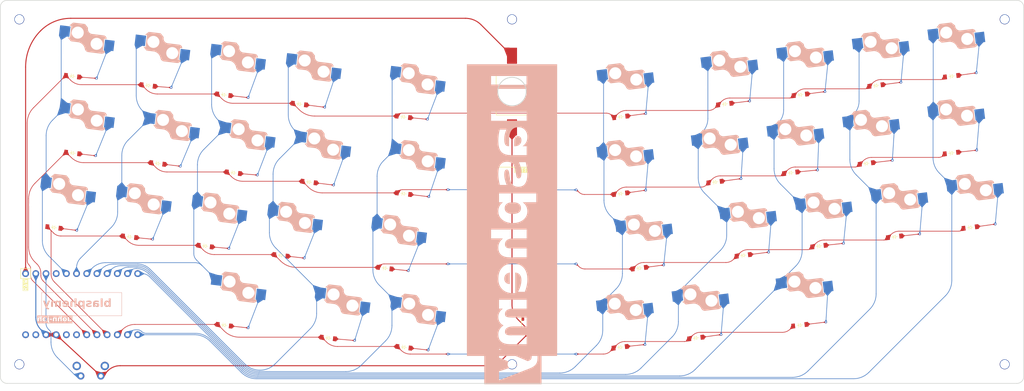
<source format=kicad_pcb>
(kicad_pcb (version 20240108) (generator "pcbnew") (generator_version "8.0")
  (title_block (title "Blasphemy") (rev "v1.0.0") (company "Unknown"))
  (layers (0 "F.Cu" signal) (31 "B.Cu" signal) (34 "B.Paste" user) (35 "F.Paste" user) (36 "B.SilkS" user "B.Silkscreen") (37 "F.SilkS" user "F.Silkscreen") (38 "B.Mask" user) (39 "F.Mask" user) (44 "Edge.Cuts" user))
  (net 0 "")
  (net 1 "RAW")
  (net 2 "GND")
  (net 3 "RST")
  (net 4 "VCC")
  (net 5 "C1")
  (net 6 "C2")
  (net 7 "C3")
  (net 8 "C4")
  (net 9 "C5")
  (net 10 "C6")
  (net 11 "C7")
  (net 12 "C8")
  (net 13 "P1")
  (net 14 "P0")
  (net 15 "P2")
  (net 16 "P3")
  (net 17 "R1")
  (net 18 "R2")
  (net 19 "R3")
  (net 20 "R4")
  (net 21 "C9")
  (net 22 "C10")
  (net 23 "q_top")
  (net 24 "w_top")
  (net 25 "e_top")
  (net 26 "r_top")
  (net 27 "t_top")
  (net 28 "mirror_q_top")
  (net 29 "mirror_w_top")
  (net 30 "mirror_e_top")
  (net 31 "mirror_r_top")
  (net 32 "mirror_t_top")
  (net 33 "a_home")
  (net 34 "s_home")
  (net 35 "d_home")
  (net 36 "f_home")
  (net 37 "g_home")
  (net 38 "mirror_a_home")
  (net 39 "mirror_s_home")
  (net 40 "mirror_d_home")
  (net 41 "mirror_f_home")
  (net 42 "mirror_g_home")
  (net 43 "z_bottom")
  (net 44 "x_bottom")
  (net 45 "c_bottom")
  (net 46 "v_bottom")
  (net 47 "b_bottom")
  (net 48 "mirror_z_bottom")
  (net 49 "mirror_x_bottom")
  (net 50 "mirror_c_bottom")
  (net 51 "mirror_v_bottom")
  (net 52 "mirror_b_bottom")
  (net 53 "flex_thumb")
  (net 54 "base_thumb")
  (net 55 "ext_thumb")
  (net 56 "mirror_flex_thumb")
  (net 57 "mirror_base_thumb")
  (net 58 "mirror_ext_thumb")
  (net 59 "BAT_CONN")
  (footprint "conn_molex_pico_front" (layer "F.Cu") (at 113.417346 67.4369 180)
    (property "Reference" "CONN1" (hide yes))
    (property "Value" "")
  )
  (footprint "ComboDiode" (layer "F.Cu") (at 180.721946 67.037216 7)
    (property "Reference" "D34" (hide yes))
    (property "Value" "")
  )
  (footprint "ComboDiode" (layer "F.Cu") (at 77.265017 52.809874 -7)
    (property "Reference" "D25" (hide yes))
    (property "Value" "")
  )
  (footprint "ComboDiode" (layer "F.Cu") (at 178.448208 29.031022 7)
    (property "Reference" "D18" (hide yes))
    (property "Value" "")
  )
  (footprint "ComboDiode" (layer "F.Cu") (at 185.47832 47.31052 7)
    (property "Reference" "D28" (hide yes))
    (property "Value" "")
  )
  (footprint "ComboDiode" (layer "F.Cu") (at 55.965784 11.909283 -7)
    (property "Reference" "D4" (hide yes))
    (property "Value" "")
  )
  (footprint "ComboDiode" (layer "F.Cu") (at 81.937832 34.240937 -7)
    (property "Reference" "D15" (hide yes))
    (property "Value" "")
  )
  (footprint "ComboDiode" (layer "F.Cu") (at 180.847285 9.593766 7)
    (property "Reference" "D8" (hide yes))
    (property "Value" "")
  )
  (footprint "mounting_hole" (layer "F.Cu") (at 108.977346 76.7869)
    (property "Reference" "H5" (hide yes))
    (property "Value" "")
  )
  (footprint "1208YD" (layer "F.Cu") (at 108.977346 8.7869 -90)
    (property "Reference" "SW1" (hide yes))
    (property "Value" "")
    (fp_circle (center 0 0) (end 3.55 0) (stroke (width 0.2)) (fill none) (layer "Edge.Cuts"))
  )
  (footprint "ComboDiode" (layer "F.Cu") (at 37.232746 67.037216 -7)
    (property "Reference" "D31" (hide yes))
    (property "Value" "")
  )
  (footprint "ComboDiode" (layer "F.Cu") (at 199.705662 7.278248 7)
    (property "Reference" "D7" (hide yes))
    (property "Value" "")
  )
  (footprint "ComboDiode" (layer "F.Cu") (at -0.567567 24.110547 -7)
    (property "Reference" "D11" (hide yes))
    (property "Value" "")
  )
  (footprint "ComboDiode" (layer "F.Cu") (at 51.334749 49.626037 -7)
    (property "Reference" "D24" (hide yes))
    (property "Value" "")
  )
  (footprint "ComboDiode" (layer "F.Cu") (at 136.01686 34.240937 7)
    (property "Reference" "D20" (hide yes))
    (property "Value" "")
  )
  (footprint "ComboDiode" (layer "F.Cu") (at 135.933301 72.53657 7)
    (property "Reference" "D36" (hide yes))
    (property "Value" "")
  )
  (footprint "ComboDiode" (layer "F.Cu") (at 18.24903 7.278248 -7)
    (property "Reference" "D2" (hide yes))
    (property "Value" "")
  )
  (footprint "ComboDiode" (layer "F.Cu") (at 154.791678 70.221052 7)
    (property "Reference" "D35" (hide yes))
    (property "Value" "")
  )
  (footprint "ComboDiode" (layer "F.Cu") (at 81.896052 15.09312 -7)
    (property "Reference" "D5" (hide yes))
    (property "Value" "")
  )
  (footprint "1:supermini_front" (layer "F.Cu") (at 0.424846 61.7869 90)
    (property "Reference" "MCU1" (hide yes))
    (property "Value" "")
  )
  (footprint "ComboDiode" (layer "F.Cu") (at 32.476372 47.31052 -7)
    (property "Reference" "D23" (hide yes))
    (property "Value" "")
  )
  (footprint "ComboDiode" (layer "F.Cu") (at 63.163014 70.221052 -7)
    (property "Reference" "D32" (hide yes))
    (property "Value" "")
  )
  (footprint "ComboDiode" (layer "F.Cu") (at 166.619943 49.626037 7)
    (property "Reference" "D29" (hide yes))
    (property "Value" "")
  )
  (footprint "ComboDiode" (layer "F.Cu") (at 37.107407 9.593766 -7)
    (property "Reference" "D3" (hide yes))
    (property "Value" "")
  )
  (footprint "ComboDiode" (layer "F.Cu") (at 218.564039 4.962731 7)
    (property "Reference" "D6" (hide yes))
    (property "Value" "")
  )
  (footprint "ComboDiode" (layer "F.Cu") (at -0.609347 4.962731 -7)
    (property "Reference" "D1" (hide yes))
    (property "Value" "")
  )
  (footprint "ComboDiode" (layer "F.Cu") (at 161.988908 11.909283 7)
    (property "Reference" "D9" (hide yes))
    (property "Value" "")
  )
  (footprint "ComboDiode" (layer "F.Cu") (at 13.617995 44.995002 -7)
    (property "Reference" "D22" (hide yes))
    (property "Value" "")
  )
  (footprint "mounting_hole" (layer "F.Cu") (at -13.835154 76.7869)
    (property "Reference" "H4" (hide yes))
    (property "Value" "")
  )
  (footprint "ComboDiode" (layer "F.Cu") (at 218.522259 24.110547 7)
    (property "Reference" "D16" (hide yes))
    (property "Value" "")
  )
  (footprint "SKHLLCA010" (layer "F.Cu") (at 3.977346 78.4369 180)
    (property "Reference" "S37" (hide yes))
    (property "Value" "SKHLLCA010")
  )
  (footprint "mounting_hole" (layer "F.Cu") (at 231.789846 -9.2131)
    (property "Reference" "H3" (hide yes))
    (property "Value" "")
  )
  (footprint "ComboDiode" (layer "F.Cu") (at 204.336697 44.995002 7)
    (property "Reference" "D27" (hide yes))
    (property "Value" "")
  )
  (footprint "mounting_hole" (layer "F.Cu") (at 108.977346 -9.2131)
    (property "Reference" "H2" (hide yes))
    (property "Value" "")
  )
  (footprint "ComboDiode" (layer "F.Cu") (at 82.021391 72.53657 -7)
    (property "Reference" "D33" (hide yes))
    (property "Value" "")
  )
  (footprint "ComboDiode" (layer "F.Cu") (at 223.195074 42.679485 7)
    (property "Reference" "D26" (hide yes))
    (property "Value" "")
  )
  (footprint "ComboDiode" (layer "F.Cu") (at 140.689675 52.809874 7)
    (property "Reference" "D30" (hide yes))
    (property "Value" "")
  )
  (footprint "ComboDiode" (layer "F.Cu") (at 20.648107 26.715505 -7)
    (property "Reference" "D12" (hide yes))
    (property "Value" "")
  )
  (footprint "ComboDiode" (layer "F.Cu") (at -5.240382 42.679485 -7)
    (property "Reference" "D21" (hide yes))
    (property "Value" "")
  )
  (footprint "ComboDiode" (layer "F.Cu") (at 159.589832 31.34654 7)
    (property "Reference" "D19" (hide yes))
    (property "Value" "")
  )
  (footprint "mounting_hole" (layer "F.Cu") (at 231.789846 76.7869)
    (property "Reference" "H6" (hide yes))
    (property "Value" "")
  )
  (footprint "mounting_hole" (layer "F.Cu") (at -13.835154 -9.2131)
    (property "Reference" "H1" (hide yes))
    (property "Value" "")
  )
  (footprint "ComboDiode" (layer "F.Cu") (at 58.364861 31.34654 -7)
    (property "Reference" "D14" (hide yes))
    (property "Value" "")
  )
  (footprint "ComboDiode" (layer "F.Cu") (at 197.306585 26.715505 7)
    (property "Reference" "D17" (hide yes))
    (property "Value" "")
  )
  (footprint "ComboDiode" (layer "F.Cu") (at 39.506484 29.031022 -7)
    (property "Reference" "D13" (hide yes))
    (property "Value" "")
  )
  (footprint "ComboDiode" (layer "F.Cu") (at 136.05864 15.09312 7)
    (property "Reference" "D10" (hide yes))
    (property "Value" "")
  )
  (footprint "1:switch_choc_v1_v2_filled" (layer "B.Cu") (at 135.407514 29.278206 7)
    (property "Reference" "S20" (hide yes))
    (property "Value" "")
  )
  (footprint "1:switch_choc_v1_v2_filled" (layer "B.Cu") (at 203.72735 40.032271 7)
    (property "Reference" "S27" (hide yes))
    (property "Value" "")
  )
  (footprint "1:switch_choc_v1_v2_filled" (layer "B.Cu") (at 58.974207 26.383809 -7)
    (property "Reference" "S14" (hide yes))
    (property "Value" "")
  )
  (footprint "1:switch_choc_v1_v2_filled" (layer "B.Cu") (at 140.080328 47.847143 7)
    (property "Reference" "S30" (hide yes))
    (property "Value" "")
  )
  (footprint "1:switch_choc_v1_v2_filled" (layer "B.Cu") (at 0.04178 19.147817 -7)
    (property "Reference" "S11" (hide yes))
    (property "Value" "")
  )
  (footprint "1:switch_choc_v1_v2_filled" (layer "B.Cu") (at -4.631035 37.716754 -7)
    (property "Reference" "S21" (hide yes))
    (property "Value" "")
  )
  (footprint "1:switch_choc_v1_v2_filled" (layer "B.Cu") (at 0 0 -7)
    (property "Reference" "S1" (hide yes))
    (property "Value" "")
  )
  (footprint "1:switch_choc_v1_v2_filled" (layer "B.Cu") (at 184.868973 42.347789 7)
    (property "Reference" "S28" (hide yes))
    (property "Value" "")
  )
  (footprint "1:switch_choc_v1_v2_filled" (layer "B.Cu") (at 196.697239 21.752774 7)
    (property "Reference" "S17" (hide yes))
    (property "Value" "")
  )
  (footprint "1:switch_choc_v1_v2_filled" (layer "B.Cu") (at 217.912913 19.147817 7)
    (property "Reference" "S16" (hide yes))
    (property "Value" "")
  )
  (footprint "1:switch_choc_v1_v2_filled" (layer "B.Cu") (at 217.954692 0 7)
    (property "Reference" "S6" (hide yes))
    (property "Value" "")
  )
  (footprint "1:switch_choc_v1_v2_filled" (layer "B.Cu") (at 180.237938 4.631035 7)
    (property "Reference" "S8" (hide yes))
    (property "Value" "")
  )
  (footprint "1:switch_choc_v1_v2_filled" (layer "B.Cu") (at 199.096315 2.315518 7)
    (property "Reference" "S7" (hide yes))
    (property "Value" "")
  )
  (footprint "1:switch_choc_v1_v2_filled" (layer "B.Cu") (at 135.323955 67.573839 7)
    (property "Reference" "S36" (hide yes))
    (property "Value" "")
  )
  (footprint "1:switch_choc_v1_v2_filled" (layer "B.Cu") (at 77.874364 47.847143 -7)
    (property "Reference" "S25" (hide yes))
    (property "Value" "")
  )
  (footprint "1:switch_choc_v1_v2_filled" (layer "B.Cu") (at 18.858377 2.315518 -7)
    (property "Reference" "S2" (hide yes))
    (property "Value" "")
  )
  (footprint "1:switch_choc_v1_v2_filled" (layer "B.Cu") (at 158.980485 26.383809 7)
    (property "Reference" "S19" (hide yes))
    (property "Value" "")
  )
  (footprint "1:switch_choc_v1_v2_filled" (layer "B.Cu") (at 21.257454 21.752774 -7)
    (property "Reference" "S12" (hide yes))
    (property "Value" "")
  )
  (footprint "1:switch_choc_v1_v2_filled" (layer "B.Cu") (at 33.085719 42.347789 -7)
    (property "Reference" "S23" (hide yes))
    (property "Value" "")
  )
  (footprint "1:switch_choc_v1_v2_filled" (layer "B.Cu") (at 177.838862 24.068291 7)
    (property "Reference" "S18" (hide yes))
    (property "Value" "")
  )
  (footprint "1:switch_choc_v1_v2_filled" (layer "B.Cu") (at 180.1126 62.074485 7)
    (property "Reference" "S34" (hide yes))
    (property "Value" "")
  )
  (footprint "1:switch_choc_v1_v2_filled" (layer "B.Cu") (at 135.449293 10.130389 7)
    (property "Reference" "S10" (hide yes))
    (property "Value" "")
  )
  (footprint "1:switch_choc_v1_v2_filled" (layer "B.Cu") (at 63.772361 65.258321 -7)
    (property "Reference" "S32" (hide yes))
    (property "Value" "")
  )
  (footprint "1:switch_choc_v1_v2_filled" (layer "B.Cu") (at 154.182331 65.258321 7)
    (property "Reference" "S35" (hide yes))
    (property "Value" "")
  )
  (footprint "1:switch_choc_v1_v2_filled" (layer "B.Cu") (at 56.575131 6.946553 -7)
    (property "Reference" "S4" (hide yes))
    (property "Value" "")
  )
  (footprint "1:switch_choc_v1_v2_filled" (layer "B.Cu") (at 37.842093 62.074485 -7)
    (property "Reference" "S31" (hide yes))
    (property "Value" "")
  )
  (footprint "1:switch_choc_v1_v2_filled" (layer "B.Cu") (at 82.630738 67.573839 -7)
    (property "Reference" "S33" (hide yes))
    (property "Value" "")
  )
  (footprint "1:switch_choc_v1_v2_filled" (layer "B.Cu") (at 222.585727 37.716754 7)
    (property "Reference" "S26" (hide yes))
    (property "Value" "")
  )
  (footprint "1:switch_choc_v1_v2_filled" (layer "B.Cu") (at 14.227342 40.032271 -7)
    (property "Reference" "S22" (hide yes))
    (property "Value" "")
  )
  (footprint "1:switch_choc_v1_v2_filled" (layer "B.Cu") (at 161.379562 6.946553 7)
    (property "Reference" "S9" (hide yes))
    (property "Value" "")
  )
  (footprint "1:switch_choc_v1_v2_filled" (layer "B.Cu") (at 82.505399 10.130389 -7)
    (property "Reference" "S5" (hide yes))
    (property "Value" "")
  )
  (footprint "1:switch_choc_v1_v2_filled" (layer "B.Cu") (at 166.010597 44.663306 7)
    (property "Reference" "S29" (hide yes))
    (property "Value" "")
  )
  (footprint "1:switch_choc_v1_v2_filled" (layer "B.Cu") (at 82.547179 29.278206 -7)
    (property "Reference" "S15" (hide yes))
    (property "Value" "")
  )
  (footprint "1:switch_choc_v1_v2_filled" (layer "B.Cu") (at 40.115831 24.068291 -7)
    (property "Reference" "S13" (hide yes))
    (property "Value" "")
  )
  (footprint "1:switch_choc_v1_v2_filled" (layer "B.Cu") (at 51.944096 44.663306 -7)
    (property "Reference" "S24" (hide yes))
    (property "Value" "")
  )
  (footprint "1:switch_choc_v1_v2_filled" (layer "B.Cu") (at 37.716754 4.631035 -7)
    (property "Reference" "S3" (hide yes))
    (property "Value" "")
  )
  (gr_rect (start -8.3055 58.887) (end 11.6945 64.687) (stroke (width 0.1)) (fill none) (layer "B.SilkS"))
  (gr_line (start 115.627346 59.9369) (end 115.627346 27.6369) (stroke (width 0.15)) (layer "F.SilkS"))
  (gr_line (start 102.327346 59.9369) (end 115.627346 59.9369) (stroke (width 0.15)) (layer "F.SilkS"))
  (gr_line (start 115.627346 27.6369) (end 102.327346 27.6369) (stroke (width 0.15)) (layer "F.SilkS"))
  (gr_line (start 102.327346 27.6369) (end 102.327346 59.9369) (stroke (width 0.15)) (layer "F.SilkS"))
  (gr_arc (start -16.885154 81.5369) (mid -18.087236 81.038982) (end -18.585154 79.8369) (stroke (width 0.15)) (layer "Edge.Cuts"))
  (gr_line (start 236.539846 79.8369) (end 236.539846 -12.2631) (stroke (width 0.15)) (layer "Edge.Cuts"))
  (gr_arc (start -18.585154 -12.2631) (mid -18.087236 -13.465182) (end -16.885154 -13.9631) (stroke (width 0.15)) (layer "Edge.Cuts"))
  (gr_arc (start 234.839846 -13.9631) (mid 236.041928 -13.465182) (end 236.539846 -12.2631) (stroke (width 0.15)) (layer "Edge.Cuts"))
  (gr_line (start 234.839846 -13.9631) (end -16.885154 -13.9631) (stroke (width 0.15)) (layer "Edge.Cuts"))
  (gr_line (start -18.585154 -12.2631) (end -18.585154 79.8369) (stroke (width 0.15)) (layer "Edge.Cuts"))
  (gr_line (start -16.885154 81.5369) (end 234.839846 81.5369) (stroke (width 0.15)) (layer "Edge.Cuts"))
  (gr_arc (start 236.539846 79.8369) (mid 236.041928 81.038982) (end 234.839846 81.5369) (stroke (width 0.15)) (layer "Edge.Cuts"))
  (gr_text "dohn-joh" (at -0.675609 66.258696 0) (layer "B.SilkS" knockout) (effects (font (size 1.25 1.25)) (justify left bottom mirror)))
  (gr_text "blasphemy" (at 9.169654 62.8001 0) (layer "B.SilkS") (effects (font (size 2 2) (thickness 0.1) (italic yes)) (justify left bottom mirror)))
  (gr_text "lasphemy" (at 114.16 12.81 90) (layer "B.SilkS" knockout) (effects (font (size 9 9) (thickness 0.3) (bold yes) (italic yes)) (justify left bottom mirror)))
  (gr_text "l" (at 114.16 3.85 90) (layer "B.SilkS" knockout) (effects (font (size 9 9) (thickness 0.3) (bold yes) (italic yes)) (justify left bottom mirror)))
  (gr_text "BATTERY" (at 112.435346 28.3869 0) (layer "F.SilkS" knockout) (effects (font (size 1 1))))
  (segment (start -12.275154 2.670959) (end -12.275154 54.1669) (width 0.25) (layer "F.Cu") (net 1))
  (segment (start 101.234238 -7.881207) (end 108.977346 -0.1381) (width 0.25) (layer "F.Cu") (net 1))
  (segment (start -1.033276 -9.475) (end 97.386482 -9.475) (width 0.25) (layer "F.Cu") (net 1))
  (arc (start -8.530415 -6.369584) (mid -11.301935 -2.221735) (end -12.275154 2.670959) (width 0.25) (layer "F.Cu") (net 1))
  (arc (start 97.386482 -9.475) (mid 99.468872 -9.060786) (end 101.234238 -7.881207) (width 0.25) (layer "F.Cu") (net 1))
  (arc (start -1.033276 -9.475) (mid -5.090698 -8.667929) (end -8.530415 -6.369584) (width 0.25) (layer "F.Cu") (net 1))
  (segment (start 7.07906 79.529729) (end 8.20284 78.40595) (width 0.25) (layer "F.Cu") (net 2))
  (segment (start 106.598038 75.531207) (end 112.817346 69.3119) (width 0.25) (layer "F.Cu") (net 2))
  (segment (start -4.655154 69.4069) (end -7.195154 69.4069) (width 0.25) (layer "F.Cu") (net 2))
  (segment (start 102.750282 77.125) (end 11.295326 77.125) (width 0.25) (layer "F.Cu") (net 2))
  (segment (start 6.314047 79.536106) (end -4.655154 69.4069) (width 0.25) (layer "F.Cu") (net 2))
  (arc (start 11.295326 77.125) (mid 9.621684 77.457908) (end 8.20284 78.40595) (width 0.25) (layer "F.Cu") (net 2))
  (arc (start 7.07906 79.529729) (mid 6.90497 79.646052) (end 6.699618 79.6869) (width 0.25) (layer "F.Cu") (net 2))
  (arc (start 6.314047 79.536106) (mid 6.492613 79.64786) (end 6.699618 79.6869) (width 0.25) (layer "F.Cu") (net 2))
  (arc (start 106.598038 75.531207) (mid 104.832672 76.710786) (end 102.750282 77.125) (width 0.25) (layer "F.Cu") (net 2))
  (segment (start -9.735154 65.070848) (end -9.735154 54.1669) (width 0.25) (layer "B.Cu") (net 2))
  (segment (start -8.465154 68.1369) (end -7.195154 69.4069) (width 0.25) (layer "B.Cu") (net 2))
  (arc (start -8.465154 68.1369) (mid -9.405091 66.730183) (end -9.735154 65.070848) (width 0.25) (layer "B.Cu") (net 2))
  (segment (start -6.572577 68.052423) (end -6.280869 68.34413) (width 0.15) (layer "B.Cu") (net 3))
  (segment (start -5.95 71.246036) (end -5.95 69.142918) (width 0.15) (layer "B.Cu") (net 3))
  (segment (start -7.195154 66.549389) (end -7.195154 54.1669) (width 0.15) (layer "B.Cu") (net 3))
  (segment (start 0.857123 79.6869) (end 1.477346 79.6869) (width 0.15) (layer "B.Cu") (net 3))
  (segment (start -0.201663 79.248336) (end -4.356207 75.093792) (width 0.15) (layer "B.Cu") (net 3))
  (arc (start -0.201663 79.248336) (mid 0.284111 79.57292) (end 0.857123 79.6869) (width 0.15) (layer "B.Cu") (net 3))
  (arc (start -5.95 71.246036) (mid -5.535786 73.328426) (end -4.356207 75.093792) (width 0.15) (layer "B.Cu") (net 3))
  (arc (start -5.95 69.142918) (mid -6.03599 68.710617) (end -6.280869 68.34413) (width 0.15) (layer "B.Cu") (net 3))
  (arc (start -6.572577 68.052423) (mid -7.033351 67.362825) (end -7.195154 66.549389) (width 0.15) (layer "B.Cu") (net 3))
  (segment (start -2.941843 13.301202) (end -5.562708 15.922067) (width 0.15) (layer "B.Cu") (net 5))
  (segment (start -7.156501 19.769823) (end -7.156501 30.744827) (width 0.15) (layer "B.Cu") (net 5))
  (segment (start -2.962733 -5.867505) (end -2.525466 -6.304772) (width 0.15) (layer "B.Cu") (net 5))
  (segment (start -8.1 33.022635) (end -8.1 45.92809) (width 0.15) (layer "B.Cu") (net 5))
  (segment (start -6.506207 49.775846) (end -2.115154 54.1669) (width 0.15) (layer "B.Cu") (net 5))
  (segment (start -3.4 -4.811849) (end -3.4 11.278799) (width 0.15) (layer "B.Cu") (net 5))
  (arc (start -7.156501 30.744827) (mid -7.279104 31.361197) (end -7.62825 31.883731) (width 0.15) (layer "B.Cu") (net 5))
  (arc (start -7.62825 31.883731) (mid -7.977396 32.406264) (end -8.1 33.022635) (width 0.15) (layer "B.Cu") (net 5))
  (arc (start -7.156501 19.769823) (mid -6.742287 17.687432) (end -5.562708 15.922067) (width 0.15) (layer "B.Cu") (net 5))
  (arc (start -2.941843 12.384888) (mid -2.752068 12.843045) (end -2.941843 13.301202) (width 0.15) (layer "B.Cu") (net 5))
  (arc (start -3.4 11.278799) (mid -3.280928 11.87741) (end -2.941843 12.384888) (width 0.15) (layer "B.Cu") (net 5))
  (arc (start -3.4 -4.811849) (mid -3.286358 -5.383165) (end -2.962733 -5.867505) (width 0.15) (layer "B.Cu") (net 5))
  (arc (start -8.1 45.92809) (mid -7.685786 48.01048) (end -6.506207 49.775846) (width 0.15) (layer "B.Cu") (net 5))
  (segment (start 15.816455 -3.472798) (end 16.332911 -3.989254) (width 0.15) (layer "B.Cu") (net 6))
  (segment (start 0.424846 52.733527) (end 0.424846 54.1669) (width 0.15) (layer "B.Cu") (net 6))
  (segment (start 9.081207 42.643792) (end 1.438393 50.286606) (width 0.15) (layer "B.Cu") (net 6))
  (segment (start 11.701876 33.001388) (end 11.701876 24.732077) (width 0.15) (layer "B.Cu") (net 6))
  (segment (start 15.3 9.76205) (end 15.3 -2.225964) (width 0.15) (layer "B.Cu") (net 6))
  (segment (start 10.675 38.796036) (end 10.675 35.480485) (width 0.15) (layer "B.Cu") (net 6))
  (segment (start 18.731988 15.448002) (end 16.893792 13.609806) (width 0.15) (layer "B.Cu") (net 6))
  (segment (start 13.295668 20.884321) (end 18.731988 15.448002) (width 0.15) (layer "B.Cu") (net 6))
  (arc (start 15.816455 -3.472798) (mid 15.434222 -2.900745) (end 15.3 -2.225964) (width 0.15) (layer "B.Cu") (net 6))
  (arc (start 11.701876 33.001388) (mid 11.568437 33.672227) (end 11.188438 34.240937) (width 0.15) (layer "B.Cu") (net 6))
  (arc (start 0.424846 52.733527) (mid 0.688258 51.409262) (end 1.438393 50.286606) (width 0.15) (layer "B.Cu") (net 6))
  (arc (start 11.188438 34.240937) (mid 10.808438 34.809646) (end 10.675 35.480485) (width 0.15) (layer "B.Cu") (net 6))
  (arc (start 11.701876 24.732077) (mid 12.116089 22.649686) (end 13.295668 20.884321) (width 0.15) (layer "B.Cu") (net 6))
  (arc (start 15.3 9.76205) (mid 15.714213 11.84444) (end 16.893792 13.609806) (width 0.15) (layer "B.Cu") (net 6))
  (arc (start 10.675 38.796036) (mid 10.260786 40.878426) (end 9.081207 42.643792) (width 0.15) (layer "B.Cu") (net 6))
  (segment (start 31.670371 52.123457) (end 35.316627 55.769713) (width 0.15) (layer "B.Cu") (net 7))
  (segment (start 37.590365 17.763519) (end 32.154045 23.199838) (width 0.15) (layer "B.Cu") (net 7))
  (segment (start 30.323457 50.776543) (end 31.670371 52.123457) (width 0.15) (layer "B.Cu") (net 7))
  (segment (start 37.590365 17.763519) (end 35.693792 15.866946) (width 0.15) (layer "B.Cu") (net 7))
  (segment (start 34.1 12.01919) (end 34.1 0.189208) (width 0.15) (layer "B.Cu") (net 7))
  (segment (start 4.323296 52.80845) (end 2.964846 54.1669) (width 0.15) (layer "B.Cu") (net 7))
  (segment (start 34.645644 -1.128093) (end 35.191288 -1.673737) (width 0.15) (layer "B.Cu") (net 7))
  (segment (start 29.65 37.596916) (end 29.65 49.150673) (width 0.15) (layer "B.Cu") (net 7))
  (segment (start 30.560253 35.39937) (end 30.560253 27.047594) (width 0.15) (layer "B.Cu") (net 7))
  (segment (start 7.602884 51.45) (end 30.044501 51.45) (width 0.15) (layer "B.Cu") (net 7))
  (arc (start 31.670371 52.123457) (mid 30.924415 51.625025) (end 30.044501 51.45) (width 0.15) (layer "B.Cu") (net 7))
  (arc (start 34.645644 -1.128093) (mid 34.241808 -0.52371) (end 34.1 0.189208) (width 0.15) (layer "B.Cu") (net 7))
  (arc (start 4.323296 52.80845) (mid 5.827983 51.803049) (end 7.602884 51.45) (width 0.15) (layer "B.Cu") (net 7))
  (arc (start 30.323457 50.776543) (mid 29.825025 50.030587) (end 29.65 49.150673) (width 0.15) (layer "B.Cu") (net 7))
  (arc (start 30.105126 36.498143) (mid 29.768283 37.002264) (end 29.65 37.596916) (width 0.15) (layer "B.Cu") (net 7))
  (arc (start 32.154045 23.199838) (mid 30.974466 24.965203) (end 30.560253 27.047594) (width 0.15) (layer "B.Cu") (net 7))
  (arc (start 30.105126 36.498143) (mid 30.441969 35.994021) (end 30.560253 35.39937) (width 0.15) (layer "B.Cu") (net 7))
  (arc (start 34.1 12.01919) (mid 34.514213 14.10158) (end 35.693792 15.866946) (width 0.15) (layer "B.Cu") (net 7))
  (segment (start 6.688296 52.98345) (end 5.504846 54.1669) (width 0.15) (layer "B.Cu") (net 8))
  (segment (start 15.697581 51.8) (end 9.545397 51.8) (width 0.15) (layer "B.Cu") (net 8))
  (segment (start 49.41863 37.708964) (end 49.41863 29.363111) (width 0.15) (layer "B.Cu") (net 8))
  (segment (start 53.624832 1.066613) (end 54.049665 0.641781) (width 0.15) (layer "B.Cu") (net 8))
  (segment (start 54.793792 18.424088) (end 56.448741 20.079037) (width 0.15) (layer "B.Cu") (net 8))
  (segment (start 49.918027 76.681972) (end 58.681207 67.918792) (width 0.15) (layer "B.Cu") (net 8))
  (segment (start 18.714667 53.049718) (end 42.346921 76.681972) (width 0.15) (layer "B.Cu") (net 8))
  (segment (start 51.012422 25.515355) (end 56.448741 20.079037) (width 0.15) (layer "B.Cu") (net 8))
  (segment (start 53.2 2.092249) (end 53.2 14.576332) (width 0.15) (layer "B.Cu") (net 8))
  (segment (start 60.760947 58.467601) (end 50.093792 47.800446) (width 0.15) (layer "B.Cu") (net 8))
  (segment (start 60.275 64.071036) (end 60.275 60.612677) (width 0.15) (layer "B.Cu") (net 8))
  (segment (start 48.5 39.926733) (end 48.5 43.95269) (width 0.15) (layer "B.Cu") (net 8))
  (arc (start 48.959315 38.817849) (mid 49.299257 38.309088) (end 49.41863 37.708964) (width 0.15) (layer "B.Cu") (net 8))
  (arc (start 48.5 43.95269) (mid 48.914213 46.03508) (end 50.093792 47.800446) (width 0.15) (layer "B.Cu") (net 8))
  (arc (start 53.624832 1.066613) (mid 53.31041 1.537179) (end 53.2 2.092249) (width 0.15) (layer "B.Cu") (net 8))
  (arc (start 60.760947 59.439496) (mid 60.401293 59.977756) (end 60.275 60.612677) (width 0.15) (layer "B.Cu") (net 8))
  (arc (start 54.793792 18.424088) (mid 53.614213 16.658722) (end 53.2 14.576332) (width 0.15) (layer "B.Cu") (net 8))
  (arc (start 48.5 39.926733) (mid 48.619372 39.326609) (end 48.959315 38.817849) (width 0.15) (layer "B.Cu") (net 8))
  (arc (start 49.918027 76.681972) (mid 48.1812 77.842482) (end 46.132474 78.25) (width 0.15) (layer "B.Cu") (net 8))
  (arc (start 6.688296 52.98345) (mid 7.999145 52.107568) (end 9.545397 51.8) (width 0.15) (layer "B.Cu") (net 8))
  (arc (start 60.275 64.071036) (mid 59.860786 66.153426) (end 58.681207 67.918792) (width 0.15) (layer "B.Cu") (net 8))
  (arc (start 42.346921 76.681972) (mid 44.083747 77.842482) (end 46.132474 78.25) (width 0.15) (layer "B.Cu") (net 8))
  (arc (start 60.760947 58.467601) (mid 60.962233 58.953548) (end 60.760947 59.439496) (width 0.15) (layer "B.Cu") (net 8))
  (arc (start 51.012422 25.515355) (mid 49.832843 27.28072) (end 49.41863 29.363111) (width 0.15) (layer "B.Cu") (net 8))
  (arc (start 18.714667 53.049718) (mid 17.330416 52.124791) (end 15.697581 51.8) (width 0.15) (layer "B.Cu") (net 8))
  (segment (start 67.546036 78.6) (end 46.023938 78.6) (width 0.15) (layer "B.Cu") (net 9))
  (segment (start 74.3 53.209831) (end 74.3 43.332951) (width 0.15) (layer "B.Cu") (net 9))
  (segment (start 15.787116 52.2) (end 11.402554 52.2) (width 0.15) (layer "B.Cu") (net 9))
  (segment (start 79.1 21.399971) (end 79.1 5.327756) (width 0.15) (layer "B.Cu") (net 9))
  (segment (start 79.539966 4.265583) (end 79.979933 3.825617) (width 0.15) (layer "B.Cu") (net 9))
  (segment (start 79.560856 23.43429) (end 76.94269 26.052455) (width 0.15) (layer "B.Cu") (net 9))
  (segment (start 9.028296 53.18345) (end 8.044846 54.1669) (width 0.15) (layer "B.Cu") (net 9))
  (segment (start 75.893792 57.057587) (end 79.577636 60.741431) (width 0.15) (layer "B.Cu") (net 9))
  (segment (start 79.05 67.096036) (end 79.05 63.070528) (width 0.15) (layer "B.Cu") (net 9))
  (segment (start 71.393792 77.006207) (end 77.456207 70.943792) (width 0.15) (layer "B.Cu") (net 9))
  (segment (start 75.348898 40.800688) (end 75.348898 29.900212) (width 0.15) (layer "B.Cu") (net 9))
  (segment (start 42.176182 77.006207) (end 18.489225 53.31925) (width 0.15) (layer "B.Cu") (net 9))
  (arc (start 74.824449 42.06682) (mid 74.436299 42.647726) (end 74.3 43.332951) (width 0.15) (layer "B.Cu") (net 9))
  (arc (start 71.393792 77.006207) (mid 69.628426 78.185786) (end 67.546036 78.6) (width 0.15) (layer "B.Cu") (net 9))
  (arc (start 79.1 21.399971) (mid 79.219772 22.002109) (end 79.560856 22.512577) (width 0.15) (layer "B.Cu") (net 9))
  (arc (start 79.560856 22.512577) (mid 79.751749 22.973433) (end 79.560856 23.43429) (width 0.15) (layer "B.Cu") (net 9))
  (arc (start 42.176182 77.006207) (mid 43.941547 78.185786) (end 46.023938 78.6) (width 0.15) (layer "B.Cu") (net 9))
  (arc (start 74.824449 42.06682) (mid 75.212598 41.485913) (end 75.348898 40.800688) (width 0.15) (layer "B.Cu") (net 9))
  (arc (start 75.893792 57.057587) (mid 74.714213 55.292221) (end 74.3 53.209831) (width 0.15) (layer "B.Cu") (net 9))
  (arc (start 79.05 67.096036) (mid 78.635786 69.178426) (end 77.456207 70.943792) (width 0.15) (layer "B.Cu") (net 9))
  (arc (start 9.028296 53.18345) (mid 10.117614 52.45559) (end 11.402554 52.2) (width 0.15) (layer "B.Cu") (net 9))
  (arc (start 79.539966 4.265583) (mid 79.214343 4.752912) (end 79.1 5.327756) (width 0.15) (layer "B.Cu") (net 9))
  (arc (start 79.577636 61.796703) (mid 79.187128 62.381139) (end 79.05 63.070528) (width 0.15) (layer "B.Cu") (net 9))
  (arc (start 15.787116 52.2) (mid 17.249487 52.490884) (end 18.489225 53.31925) (width 0.15) (layer "B.Cu") (net 9))
  (arc (start 79.577636 61.796703) (mid 79.796189 61.269067) (end 79.577636 60.741431) (width 0.15) (layer "B.Cu") (net 9))
  (arc (start 75.348898 29.900212) (mid 75.763111 27.817821) (end 76.94269 26.052455) (width 0.15) (layer "B.Cu") (net 9))
  (segment (start 135.709233 41.945231) (end 136.104616 42.340614) (width 0.15) (layer "B.Cu") (net 10))
  (segment (start 131.474122 62.193189) (end 131.348244 62.067311) (width 0.15) (layer "B.Cu") (net 10))
  (segment (start 136.5 43.015576) (end 136.5 54.146036) (width 0.15) (layer "B.Cu") (net 10))
  (segment (start 11.393296 53.35845) (end 10.584846 54.1669) (width 0.15) (layer "B.Cu") (net 10))
  (segment (start 131.636791 4.78707) (end 131.473582 4.623861) (width 0.15) (layer "B.Cu") (net 10))
  (segment (start 131.9 24.57094) (end 131.9 35.882034) (width 0.15) (layer "B.Cu") (net 10))
  (segment (start 131.6 68.246036) (end 131.6 62.497085) (width 0.15) (layer "B.Cu") (net 10))
  (segment (start 136.104616 42.340614) (end 136.302308 42.538306) (width 0.15) (layer "B.Cu") (net 10))
  (segment (start 131.53052 61.369479) (end 134.906207 57.993792) (width 0.15) (layer "B.Cu") (net 10))
  (segment (start 131.8 23.143126) (end 131.8 5.181091) (width 0.15) (layer "B.Cu") (net 10))
  (segment (start 130.006207 72.093792) (end 124.743792 77.356207) (width 0.15) (layer "B.Cu") (net 10))
  (segment (start 45.878963 78.95) (end 120.896036 78.95) (width 0.15) (layer "B.Cu") (net 10))
  (segment (start 135.709233 41.945231) (end 133.493792 39.72979) (width 0.15) (layer "B.Cu") (net 10))
  (segment (start 42.031207 77.356207) (end 18.441724 53.766724) (width 0.15) (layer "B.Cu") (net 10))
  (segment (start 15.504291 52.55) (end 13.345066 52.55) (width 0.15) (layer "B.Cu") (net 10))
  (segment (start 131.665901 24.005776) (end 131.615901 23.955776) (width 0.15) (layer "B.Cu") (net 10))
  (arc (start 131.8 23.143126) (mid 131.752154 23.383662) (end 131.615901 23.587579) (width 0.15) (layer "B.Cu") (net 10))
  (arc (start 131.8 5.181091) (mid 131.757583 4.967848) (end 131.636791 4.78707) (width 0.15) (layer "B.Cu") (net 10))
  (arc (start 131.53052 61.369479) (mid 131.395615 61.571377) (end 131.348244 61.809533) (width 0.15) (layer "B.Cu") (net 10))
  (arc (start 136.302308 42.538306) (mid 136.448621 42.757279) (end 136.5 43.015576) (width 0.15) (layer "B.Cu") (net 10))
  (arc (start 131.474122 62.193189) (mid 131.567285 62.332617) (end 131.6 62.497085) (width 0.15) (layer "B.Cu") (net 10))
  (arc (start 134.906207 57.993792) (mid 136.085786 56.228426) (end 136.5 54.146036) (width 0.15) (layer "B.Cu") (net 10))
  (arc (start 131.348244 61.809533) (mid 131.300871 62.047688) (end 131.165967 62.249587) (width 0.15) (layer "B.Cu") (net 10))
  (arc (start 15.504291 52.55) (mid 17.094018 52.866216) (end 18.441724 53.766724) (width 0.15) (layer "B.Cu") (net 10))
  (arc (start 133.493792 39.72979) (mid 132.314213 37.964424) (end 131.9 35.882034) (width 0.15) (layer "B.Cu") (net 10))
  (arc (start 45.878963 78.95) (mid 43.796572 78.535786) (end 42.031207 77.356207) (width 0.15) (layer "B.Cu") (net 10))
  (arc (start 131.6 68.246036) (mid 131.185786 70.328426) (end 130.006207 72.093792) (width 0.15) (layer "B.Cu") (net 10))
  (arc (start 124.743792 77.356207) (mid 122.978426 78.535786) (end 120.896036 78.95) (width 0.15) (layer "B.Cu") (net 10))
  (arc (start 11.393296 53.35845) (mid 12.288775 52.760109) (end 13.345066 52.55) (width 0.15) (layer "B.Cu") (net 10))
  (arc (start 131.9 24.57094) (mid 131.839159 24.265075) (end 131.665901 24.005776) (width 0.15) (layer "B.Cu") (net 10))
  (arc (start 131.615901 23.587579) (mid 131.539645 23.771677) (end 131.615901 23.955776) (width 0.15) (layer "B.Cu") (net 10))
  (segment (start 41.886232 77.706207) (end 18.347441 54.167416) (width 0.15) (layer "B.Cu") (net 11))
  (segment (start 148.856207 69.993792) (end 141.143792 77.706207) (width 0.15) (layer "B.Cu") (net 11))
  (segment (start 150.45 60.167268) (end 150.45 66.146036) (width 0.15) (layer "B.Cu") (net 11))
  (segment (start 150.439404 58.860595) (end 160.906207 48.393792) (width 0.15) (layer "B.Cu") (net 11))
  (segment (start 45.733988 79.3) (end 137.296036 79.3) (width 0.15) (layer "B.Cu") (net 11))
  (segment (start 162.034886 39.156778) (end 162.267443 39.389335) (width 0.15) (layer "B.Cu") (net 11))
  (segment (start 155.210561 20.089438) (end 156.402386 18.897612) (width 0.15) (layer "B.Cu") (net 11))
  (segment (start 13.758296 53.53345) (end 13.124846 54.1669) (width 0.15) (layer "B.Cu") (net 11))
  (segment (start 155.004774 20.597814) (end 155.004774 20.586253) (width 0.15) (layer "B.Cu") (net 11))
  (segment (start 162.5 39.950777) (end 162.5 44.546036) (width 0.15) (layer "B.Cu") (net 11))
  (segment (start 150.20662 59.422586) (end 150.20662 59.579697) (width 0.15) (layer "B.Cu") (net 11))
  (segment (start 155.4 21.551973) (end 155.4 30.267928) (width 0.15) (layer "B.Cu") (net 11))
  (segment (start 157.601925 1.638099) (end 157.403851 1.440025) (width 0.15) (layer "B.Cu") (net 11))
  (segment (start 161.569772 38.691664) (end 156.993792 34.115684) (width 0.15) (layer "B.Cu") (net 11))
  (segment (start 157.8 2.116293) (end 157.8 15.523476) (width 0.15) (layer "B.Cu") (net 11))
  (segment (start 161.569772 38.691664) (end 162.034886 39.156778) (width 0.15) (layer "B.Cu") (net 11))
  (arc (start 162.5 39.950777) (mid 162.43956 39.646926) (end 162.267443 39.389335) (width 0.15) (layer "B.Cu") (net 11))
  (arc (start 15.287579 52.9) (mid 16.943587 53.229391) (end 18.347441 54.167416) (width 0.15) (layer "B.Cu") (net 11))
  (arc (start 162.5 44.546036) (mid 162.085786 46.628426) (end 160.906207 48.393792) (width 0.15) (layer "B.Cu") (net 11))
  (arc (start 137.296036 79.3) (mid 139.378426 78.885786) (end 141.143792 77.706207) (width 0.15) (layer "B.Cu") (net 11))
  (arc (start 150.439404 58.860595) (mid 150.267118 59.118439) (end 150.20662 59.422586) (width 0.15) (layer "B.Cu") (net 11))
  (arc (start 156.993792 34.115684) (mid 155.814213 32.350318) (end 155.4 30.267928) (width 0.15) (layer "B.Cu") (net 11))
  (arc (start 155.4 21.551973) (mid 155.348642 21.293779) (end 155.202387 21.074894) (width 0.15) (layer "B.Cu") (net 11))
  (arc (start 150.32831 59.873483) (mid 150.238246 59.738692) (end 150.20662 59.579697) (width 0.15) (layer "B.Cu") (net 11))
  (arc (start 15.287579 52.9) (mid 14.459937 53.064628) (end 13.758296 53.53345) (width 0.15) (layer "B.Cu") (net 11))
  (arc (start 157.601925 1.638099) (mid 157.748521 1.857496) (end 157.8 2.116293) (width 0.15) (layer "B.Cu") (net 11))
  (arc (start 155.004774 20.597814) (mid 155.056131 20.856007) (end 155.202387 21.074894) (width 0.15) (layer "B.Cu") (net 11))
  (arc (start 155.210561 20.089438) (mid 155.058256 20.317378) (end 155.004774 20.586253) (width 0.15) (layer "B.Cu") (net 11))
  (arc (start 150.32831 59.873483) (mid 150.418373 60.008272) (end 150.45 60.167268) (width 0.15) (layer "B.Cu") (net 11))
  (arc (start 45.733988 79.3) (mid 43.651597 78.885786) (end 41.886232 77.706207) (width 0.15) (layer "B.Cu") (net 11))
  (arc (start 157.8 15.523476) (mid 157.436771 17.349545) (end 156.402386 18.897612) (width 0.15) (layer "B.Cu") (net 11))
  (arc (start 148.856207 69.993792) (mid 150.035786 68.228426) (end 150.45 66.146036) (width 0.15) (layer "B.Cu") (net 11))
  (segment (start 180.486524 36.434523) (end 180.893262 36.841261) (width 0.15) (layer "B.Cu") (net 12))
  (segment (start 176.481113 -0.656606) (end 176.262227 -0.875493) (width 0.15) (layer "B.Cu") (net 12))
  (segment (start 181.3 48.446036) (end 181.3 37.535606) (width 0.15) (layer "B.Cu") (net 12))
  (segment (start 150.775882 79.675) (end 45.614014 79.675) (width 0.15) (layer "B.Cu") (net 12))
  (segment (start 180.486524 36.434523) (end 175.893792 31.841791) (width 0.15) (layer "B.Cu") (net 12))
  (segment (start 175.887688 56.817157) (end 154.623638 78.081207) (width 0.15) (layer "B.Cu") (net 12))
  (segment (start 41.766258 78.081207) (end 18.625209 54.940158) (width 0.15) (layer "B.Cu") (net 12))
  (segment (start 174.01338 18.711992) (end 174.081575 18.780187) (width 0.15) (layer "B.Cu") (net 12))
  (segment (start 179.706207 52.293792) (end 176.386089 55.61391) (width 0.15) (layer "B.Cu") (net 12))
  (segment (start 176.7 13.294044) (end 176.7 -0.128167) (width 0.15) (layer "B.Cu") (net 12))
  (segment (start 174.01338 17.986619) (end 175.281575 16.718424) (width 0.15) (layer "B.Cu") (net 12))
  (segment (start 16.758398 54.1669) (end 15.664846 54.1669) (width 0.15) (layer "B.Cu") (net 12))
  (segment (start 174.3 19.30751) (end 174.3 27.994035) (width 0.15) (layer "B.Cu") (net 12))
  (segment (start 180.893262 36.841261) (end 181.096631 37.04463) (width 0.15) (layer "B.Cu") (net 12))
  (arc (start 174.01338 17.986619) (mid 173.902194 18.153021) (end 173.863151 18.349306) (width 0.15) (layer "B.Cu") (net 12))
  (arc (start 175.887688 56.817157) (mid 176.072123 56.54113) (end 176.136889 56.215534) (width 0.15) (layer "B.Cu") (net 12))
  (arc (start 176.481113 -0.656606) (mid 176.643113 -0.414156) (end 176.7 -0.128167) (width 0.15) (layer "B.Cu") (net 12))
  (arc (start 150.775882 79.675) (mid 152.858272 79.260786) (end 154.623638 78.081207) (width 0.15) (layer "B.Cu") (net 12))
  (arc (start 174.3 19.30751) (mid 174.243233 19.022125) (end 174.081575 18.780187) (width 0.15) (layer "B.Cu") (net 12))
  (arc (start 41.766258 78.081207) (mid 43.531623 79.260786) (end 45.614014 79.675) (width 0.15) (layer "B.Cu") (net 12))
  (arc (start 174.3 27.994035) (mid 174.714213 30.076425) (end 175.893792 31.841791) (width 0.15) (layer "B.Cu") (net 12))
  (arc (start 179.706207 52.293792) (mid 180.885786 50.528426) (end 181.3 48.446036) (width 0.15) (layer "B.Cu") (net 12))
  (arc (start 176.7 13.294044) (mid 176.331363 15.147305) (end 175.281575 16.718424) (width 0.15) (layer "B.Cu") (net 12))
  (arc (start 174.01338 18.711992) (mid 173.902194 18.54559) (end 173.863151 18.349306) (width 0.15) (layer "B.Cu") (net 12))
  (arc (start 176.386089 55.61391) (mid 176.201653 55.889937) (end 176.136889 56.215534) (width 0.15) (layer "B.Cu") (net 12))
  (arc (start 18.625209 54.940158) (mid 17.768709 54.367863) (end 16.758398 54.1669) (width 0.15) (layer "B.Cu") (net 12))
  (arc (start 181.096631 37.04463) (mid 181.247146 37.269891) (end 181.3 37.535606) (width 0.15) (layer "B.Cu") (net 12))
  (segment (start 179.360871 9.643562) (end 179.058296 9.946137) (width 0.15) (layer "F.Cu") (net 17))
  (segment (start 182.102873 8.1) (end 197.008414 8.1) (width 0.15) (layer "F.Cu") (net 17))
  (segment (start 134.420939 15.294204) (end 135.318041 14.397102) (width 0.15) (layer "F.Cu") (net 17))
  (segment (start -11 54.761085) (end -11 53.043827) (width 0.15) (layer "F.Cu") (net 17))
  (segment (start 178.907009 10.097425) (end 179.058296 9.946137) (width 0.15) (layer "F.Cu") (net 17))
  (segment (start 216.608245 5.481907) (end 216.926338 5.163815) (width 0.15) (layer "F.Cu") (net 17))
  (segment (start 133.861337 14.734602) (end 134.420939 15.294204) (width 0.15) (layer "F.Cu") (net 17))
  (segment (start 161.20639 11.255183) (end 160.351207 12.110367) (width 0.15) (layer "F.Cu") (net 17))
  (segment (start 157.978955 13.5) (end 137.483836 13.5) (width 0.15) (layer "F.Cu") (net 17))
  (segment (start 81.482408 14.175) (end 132.510338 14.175) (width 0.15) (layer "F.Cu") (net 17))
  (segment (start 35.469706 9.392682) (end 20.564165 9.392682) (width 0.15) (layer "F.Cu") (net 17))
  (segment (start 35.469706 9.392682) (end 36.627464 10.55044) (width 0.15) (layer "F.Cu") (net 17))
  (segment (start 198.223128 7.324165) (end 197.912794 7.634499) (width 0.15) (layer "F.Cu") (net 17))
  (segment (start 80.43761 14.712777) (end 80.616869 14.533518) (width 0.15) (layer "F.Cu") (net 17))
  (segment (start 198.223128 7.324165) (end 198.907627 6.639666) (width 0.15) (layer "F.Cu") (net 17))
  (segment (start 59.763232 14.892036) (end 80.00484 14.892036) (width 0.15) (layer "F.Cu") (net 17))
  (segment (start -10.281361 12.79596) (end -2.247048 4.761647) (width 0.15) (layer "F.Cu") (net 17))
  (segment (start 197.757627 7.789666) (end 197.912794 7.634499) (width 0.15) (layer "F.Cu") (net 17))
  (segment (start 178.176528 10.4) (end 163.270986 10.4) (width 0.15) (layer "F.Cu") (net 17))
  (segment (start -10.518483 55.92357) (end 2.964846 69.4069) (width 0.15) (layer "F.Cu") (net 17))
  (segment (start 179.360871 9.643562) (end 180.057009 8.947425) (width 0.15) (layer "F.Cu") (net 17))
  (segment (start 16.611329 7.077164) (end 17.769088 8.234923) (width 0.15) (layer "F.Cu") (net 17))
  (segment (start 160.351207 12.110367) (end 159.65639 12.805183) (width 0.15) (layer "F.Cu") (net 17))
  (segment (start 215.840302 5.8) (end 200.93476 5.8) (width 0.15) (layer "F.Cu") (net 17))
  (segment (start 16.611329 7.077164) (end 1.705786 7.077164) (width 0.15) (layer "F.Cu") (net 17))
  (segment (start 39.42254 11.708199) (end 54.328083 11.708199) (width 0.15) (layer "F.Cu") (net 17))
  (segment (start -2.247048 4.761647) (end -1.089289 5.919405) (width 0.15) (layer "F.Cu") (net 17))
  (segment (start 55.920001 13.300117) (end 54.328083 11.708199) (width 0.15) (layer "F.Cu") (net 17))
  (segment (start -11.875154 16.643716) (end -11.875154 50.931018) (width 0.15) (layer "F.Cu") (net 17))
  (arc (start 135.318041 14.397102) (mid 136.311716 13.733149) (end 137.483836 13.5) (width 0.15) (layer "F.Cu") (net 17))
  (arc (start 200.93476 5.8) (mid 199.837683 6.018222) (end 198.907627 6.639666) (width 0.15) (layer "F.Cu") (net 17))
  (arc (start 59.763232 14.892036) (mid 57.68329 14.478309) (end 55.920001 13.300117) (width 0.15) (layer "F.Cu") (net 17))
  (arc (start -11 54.761085) (mid -10.874858 55.390217) (end -10.518483 55.92357) (width 0.15) (layer "F.Cu") (net 17))
  (arc (start 182.102873 8.1) (mid 180.995659 8.320238) (end 180.057009 8.947425) (width 0.15) (layer "F.Cu") (net 17))
  (arc (start -11.437577 51.987423) (mid -11.761431 51.50274) (end -11.875154 50.931018) (width 0.15) (layer "F.Cu") (net 17))
  (arc (start -11.437577 51.987423) (mid -11.113722 52.472105) (end -11 53.043827) (width 0.15) (layer "F.Cu") (net 17))
  (arc (start 157.978955 13.5) (mid 158.886776 13.319422) (end 159.65639 12.805183) (width 0.15) (layer "F.Cu") (net 17))
  (arc (start -1.089289 5.919405) (mid 0.193102 6.776272) (end 1.705786 7.077164) (width 0.15) (layer "F.Cu") (net 17))
  (arc (start 80.43761 14.712777) (mid 80.239053 14.845448) (end 80.00484 14.892036) (width 0.15) (layer "F.Cu") (net 17))
  (arc (start 81.482408 14.175) (mid 81.013981 14.268175) (end 80.616869 14.533518) (width 0.15) (layer "F.Cu") (net 17))
  (arc (start 39.42254 11.708199) (mid 37.909856 11.407307) (end 36.627464 10.55044) (width 0.15) (layer "F.Cu") (net 17))
  (arc (start -10.281361 12.79596) (mid -11.46094 14.561325) (end -11.875154 16.643716) (width 0.15) (layer "F.Cu") (net 17))
  (arc (start 216.608245 5.481907) (mid 216.255909 5.71733) (end 215.840302 5.8) (width 0.15) (layer "F.Cu") (net 17))
  (arc (start 17.769088 8.234923) (mid 19.05148 9.09179) (end 20.564165 9.392682) (width 0.15) (layer "F.Cu") (net 17))
  (arc (start 132.510338 14.175) (mid 133.241493 14.320435) (end 133.861337 14.734602) (width 0.15) (layer "F.Cu") (net 17))
  (arc (start 178.176528 10.4) (mid 178.571861 10.321363) (end 178.907009 10.097425) (width 0.15) (layer "F.Cu") (net 17))
  (arc (start 161.20639 11.255183) (mid 162.153634 10.622254) (end 163.270986 10.4) (width 0.15) (layer "F.Cu") (net 17))
  (arc (start 197.757627 7.789666) (mid 197.413885 8.019346) (end 197.008414 8.1) (width 0.15) (layer "F.Cu") (net 17))
  (segment (start 58.174358 32.592654) (end 56.72716 31.145456) (width 0.15) (layer "F.Cu") (net 18))
  (segment (start 156.155612 32.6) (end 137.523685 32.6) (width 0.15) (layer "F.Cu") (net 18))
  (segment (start 195.327178 27.258294) (end 195.498031 27.087441) (width 0.15) (layer "F.Cu") (net 18))
  (segment (start 216.440373 24.755815) (end 216.884558 24.311631) (width 0.15) (layer "F.Cu") (net 18))
  (segment (start 195.839736 26.745736) (end 195.498031 27.087441) (width 0.15) (layer "F.Cu") (net 18))
  (segment (start 80.695057 33.644926) (end 80.497594 33.842389) (width 0.15) (layer "F.Cu") (net 18))
  (segment (start -2.205268 23.909463) (end -9.931361 31.635556) (width 0.15) (layer "F.Cu") (net 18))
  (segment (start 177.62656 28.416053) (end 177.360507 28.682106) (width 0.15) (layer "F.Cu") (net 18))
  (segment (start 176.828401 29.214212) (end 176.52656 29.516053) (width 0.15) (layer "F.Cu") (net 18))
  (segment (start -11.525154 47.543061) (end -11.525154 35.483312) (width 0.15) (layer "F.Cu") (net 18))
  (segment (start -9.421481 51.803518) (end -10.000077 51.224923) (width 0.15) (layer "F.Cu") (net 18))
  (segment (start 157.952131 31.547624) (end 158.825943 30.673812) (width 0.15) (layer "F.Cu") (net 18))
  (segment (start 194.502228 27.6) (end 179.596686 27.6) (width 0.15) (layer "F.Cu") (net 18))
  (segment (start 177.360507 28.682106) (end 176.828401 29.214212) (width 0.15) (layer "F.Cu") (net 18))
  (segment (start 93 33.25) (end 81.648494 33.25) (width 0.15) (layer "F.Cu") (net 18))
  (segment (start -8.475 54.088527) (end -8.475 54.628374) (width 0.15) (layer "F.Cu") (net 18))
  (segment (start 125.135355 33.335355) (end 125.67101 33.87101) (width 0.15) (layer "F.Cu") (net 18))
  (segment (start 157.952131 31.547624) (end 157.425943 32.073812) (width 0.15) (layer "F.Cu") (net 18))
  (segment (start -7.910247 55.991806) (end 5.504846 69.4069) (width 0.15) (layer "F.Cu") (net 18))
  (segment (start 61.668204 34.039853) (end 80.020875 34.039853) (width 0.15) (layer "F.Cu") (net 18))
  (segment (start 2.241673 26.514421) (end 19.010406 26.514421) (width 0.15) (layer "F.Cu") (net 18))
  (segment (start 22.96324 28.829938) (end 37.868783 28.829938) (width 0.15) (layer "F.Cu") (net 18))
  (segment (start 196.527178 26.058294) (end 195.839736 26.745736) (width 0.15) (layer "F.Cu") (net 18))
  (segment (start 134.379159 34.442021) (end 127.049551 34.442021) (width 0.15) (layer "F.Cu") (net 18))
  (segment (start 125 33.3) (end 125.05 33.3) (width 0.15) (layer "F.Cu") (net 18))
  (segment (start 134.379159 34.442021) (end 135.300169 33.52101) (width 0.15) (layer "F.Cu") (net 18))
  (segment (start 215.368017 25.2) (end 198.599284 25.2) (width 0.15) (layer "F.Cu") (net 18))
  (segment (start -0.902788 25.211942) (end -2.205268 23.909463) (width 0.15) (layer "F.Cu") (net 18))
  (segment (start 41.821619 31.145456) (end 56.72716 31.145456) (width 0.15) (layer "F.Cu") (net 18))
  (segment (start 160.935511 29.8) (end 175.841051 29.8) (width 0.15) (layer "F.Cu") (net 18))
  (segment (start 20.168164 27.672179) (end 19.010406 26.514421) (width 0.15) (layer "F.Cu") (net 18))
  (segment (start 37.868783 28.829938) (end 39.026542 29.987697) (width 0.15) (layer "F.Cu") (net 18))
  (via (at 125 33.3) (size 0.6) (drill 0.3) (layers "F.Cu" "B.Cu") (net 18))
  (via (at 93 33.25) (size 0.6) (drill 0.3) (layers "F.Cu" "B.Cu") (net 18))
  (arc (start 177.62656 28.416053) (mid 178.530461 27.812085) (end 179.596686 27.6) (width 0.15) (layer "F.Cu") (net 18))
  (arc (start 22.96324 28.829938) (mid 21.450556 28.529046) (end 20.168164 27.672179) (width 0.15) (layer "F.Cu") (net 18))
  (arc (start 195.327178 27.258294) (mid 194.948687 27.511193) (end 194.502228 27.6) (width 0.15) (layer "F.Cu") (net 18))
  (arc (start 61.668204 34.039853) (mid 59.777348 33.663738) (end 58.174358 32.592654) (width 0.15) (layer "F.Cu") (net 18))
  (arc (start -8.475 54.628374) (mid -8.328225 55.366258) (end -7.910247 55.991806) (width 0.15) (layer "F.Cu") (net 18))
  (arc (start 215.368017 25.2) (mid 215.948372 25.08456) (end 216.440373 24.755815) (width 0.15) (layer "F.Cu") (net 18))
  (arc (start 156.155612 32.6) (mid 156.84311 32.463248) (end 157.425943 32.073812) (width 0.15) (layer "F.Cu") (net 18))
  (arc (start 125.135355 33.335355) (mid 125.096193 33.309188) (end 125.05 33.3) (width 0.15) (layer "F.Cu") (net 18))
  (arc (start 196.527178 26.058294) (mid 197.477868 25.423063) (end 198.599284 25.2) (width 0.15) (layer "F.Cu") (net 18))
  (arc (start 160.935511 29.8) (mid 159.793821 30.027096) (end 158.825943 30.673812) (width 0.15) (layer "F.Cu") (net 18))
  (arc (start 175.841051 29.8) (mid 176.212045 29.726204) (end 176.52656 29.516053) (width 0.15) (layer "F.Cu") (net 18))
  (arc (start 135.300169 33.52101) (mid 136.320327 32.839362) (end 137.523685 32.6) (width 0.15) (layer "F.Cu") (net 18))
  (arc (start -8.475 54.088527) (mid -8.720982 52.851889) (end -9.421481 51.803518) (width 0.15) (layer "F.Cu") (net 18))
  (arc (start 80.497594 33.842389) (mid 80.278873 33.988533) (end 80.020875 34.039853) (width 0.15) (layer "F.Cu") (net 18))
  (arc (start -9.931361 31.635556) (mid -11.11094 33.400921) (end -11.525154 35.483312) (width 0.15) (layer "F.Cu") (net 18))
  (arc (start 125.67101 33.87101) (mid 126.30349 34.29362) (end 127.049551 34.442021) (width 0.15) (layer "F.Cu") (net 18))
  (arc (start 80.695057 33.644926) (mid 81.132497 33.352637) (end 81.648494 33.25) (width 0.15) (layer "F.Cu") (net 18))
  (arc (start 41.821619 31.145456) (mid 40.308934 30.844564) (end 39.026542 29.987697) (width 0.15) (layer "F.Cu") (net 18))
  (arc (start -11.525154 47.543061) (mid -11.128799 49.53567) (end -10.000077 51.224923) (width 0.15) (layer "F.Cu") (net 18))
  (arc (start -0.902788 25.211942) (mid 0.539902 26.175917) (end 2.241673 26.514421) (width 0.15) (layer "F.Cu") (net 18))
  (segment (start 125 33.3) (end 110.0125 33.2625) (width 0.15) (layer "B.Cu") (net 18))
  (segment (start 109.982322 33.25) (end 93 33.25) (width 0.15) (layer "B.Cu") (net 18))
  (arc (start 109.982322 33.25) (mid 109.998654 33.253248) (end 110.0125 33.2625) (width 0.15) (layer "B.Cu") (net 18))
  (segment (start -5.997577 43.358907) (end -5.31636 44.040124) (width 0.15) (layer "F.Cu") (net 19))
  (segment (start -5.925 54.255992) (end -5.925 43.534123) (width 0.15) (layer "F.Cu") (net 19))
  (segment (start 203.248996 44.646086) (end 202.75291 45.142172) (width 0.15) (layer "F.Cu") (net 19))
  (segment (start 162.297169 51.4) (end 141.802051 51.4) (width 0.15) (layer "F.Cu") (net 19))
  (segment (start 164.982242 49.827121) (end 164.195802 50.61356) (width 0.15) (layer "F.Cu") (net 19))
  (segment (start 184.012718 47.339505) (end 183.66852 47.683703) (width 0.15) (layer "F.Cu") (net 19))
  (segment (start 220.329227 43.6) (end 205.423685 43.6) (width 0.15) (layer "F.Cu") (net 19))
  (segment (start 55.132197 52.60879) (end 75.323687 52.60879) (width 0.15) (layer "F.Cu") (net 19))
  (segment (start 34.791505 49.424953) (end 49.697048 49.424953) (width 0.15) (layer "F.Cu") (net 19))
  (segment (start 183.496421 47.855802) (end 183.66852 47.683703) (width 0.15) (layer "F.Cu") (net 19))
  (segment (start 127.152589 53.010958) (end 139.051974 53.010958) (width 0.15) (layer "F.Cu") (net 19))
  (segment (start 30.838671 47.109436) (end 31.996429 48.267194) (width 0.15) (layer "F.Cu") (net 19))
  (segment (start 186.762509 45.8) (end 201.66805 45.8) (width 0.15) (layer "F.Cu") (net 19))
  (segment (start 184.696421 46.655802) (end 184.012718 47.339505) (width 0.15) (layer "F.Cu") (net 19))
  (segment (start 182.665453 48.2) (end 167.759911 48.2) (width 0.15) (layer "F.Cu") (net 19))
  (segment (start 77.093362 51.75) (end 93 51.75) (width 0.15) (layer "F.Cu") (net 19))
  (segment (start -5.089864 56.272189) (end 8.044846 69.4069) (width 0.15) (layer "F.Cu") (net 19))
  (segment (start 203.248996 44.646086) (end 203.497039 44.398043) (width 0.15) (layer "F.Cu") (net 19))
  (segment (start 30.838671 47.109436) (end 15.93313 47.109436) (width 0.15) (layer "F.Cu") (net 19))
  (segment (start 125.630479 52.380479) (end 125 51.75) (width 0.15) (layer "F.Cu") (net 19))
  (segment (start 202.75291 45.142172) (end 202.397039 45.498043) (width 0.15) (layer "F.Cu") (net 19))
  (segment (start -5.997577 43.358907) (end -6.878083 42.478401) (width 0.15) (layer "F.Cu") (net 19))
  (segment (start 221.197657 43.240284) (end 221.557373 42.880569) (width 0.15) (layer "F.Cu") (net 19))
  (segment (start 13.138053 45.951677) (end 11.980294 44.793918) (width 0.15) (layer "F.Cu") (net 19))
  (segment (start 139.857453 52.205479) (end 139.051974 53.010958) (width 0.15) (layer "F.Cu") (net 19))
  (segment (start 164.982242 49.827121) (end 165.795802 49.01356) (width 0.15) (layer "F.Cu") (net 19))
  (segment (start 51.288966 51.016871) (end 49.697048 49.424953) (width 0.15) (layer "F.Cu") (net 19))
  (segment (start -3.49654 44.793918) (end 11.980294 44.793918) (width 0.15) (layer "F.Cu") (net 19))
  (segment (start 76.056711 52.179395) (end 75.842013 52.394092) (width 0.15) (layer "F.Cu") (net 19))
  (via (at 93 51.75) (size 0.6) (drill 0.3) (layers "F.Cu" "B.Cu") (net 19))
  (via (at 125 51.75) (size 0.6) (drill 0.3) (layers "F.Cu" "B.Cu") (net 19))
  (arc (start -3.49654 44.793918) (mid -4.481419 44.598013) (end -5.31636 44.040124) (width 0.15) (layer "F.Cu") (net 19))
  (arc (start 184.696421 46.655802) (mid 185.64435 46.022415) (end 186.762509 45.8) (width 0.15) (layer "F.Cu") (net 19))
  (arc (start 203.497039 44.398043) (mid 204.380991 43.807404) (end 205.423685 43.6) (width 0.15) (layer "F.Cu") (net 19))
  (arc (start 55.132197 52.60879) (mid 53.052255 52.195063) (end 51.288966 51.016871) (width 0.15) (layer "F.Cu") (net 19))
  (arc (start 13.138053 45.951677) (mid 14.420445 46.808544) (end 15.93313 47.109436) (width 0.15) (layer "F.Cu") (net 19))
  (arc (start 34.791505 49.424953) (mid 33.278821 49.124061) (end 31.996429 48.267194) (width 0.15) (layer "F.Cu") (net 19))
  (arc (start 183.496421 47.855802) (mid 183.115169 48.110545) (end 182.665453 48.2) (width 0.15) (layer "F.Cu") (net 19))
  (arc (start -5.925 54.255992) (mid -5.707955 55.34715) (end -5.089864 56.272189) (width 0.15) (layer "F.Cu") (net 19))
  (arc (start 164.195802 50.61356) (mid 163.324702 51.19561) (end 162.297169 51.4) (width 0.15) (layer "F.Cu") (net 19))
  (arc (start -5.997577 43.358907) (mid -5.943862 43.439296) (end -5.925 43.534123) (width 0.15) (layer "F.Cu") (net 19))
  (arc (start 221.197657 43.240284) (mid 220.799218 43.506512) (end 220.329227 43.6) (width 0.15) (layer "F.Cu") (net 19))
  (arc (start 75.842013 52.394092) (mid 75.604203 52.552991) (end 75.323687 52.60879) (width 0.15) (layer "F.Cu") (net 19))
  (arc (start 125.630479 52.380479) (mid 126.328829 52.847101) (end 127.152589 53.010958) (width 0.15) (layer "F.Cu") (net 19))
  (arc (start 139.857453 52.205479) (mid 140.749642 51.609337) (end 141.802051 51.4) (width 0.15) (layer "F.Cu") (net 19))
  (arc (start 202.397039 45.498043) (mid 202.062576 45.721523) (end 201.66805 45.8) (width 0.15) (layer "F.Cu") (net 19))
  (arc (start 76.056711 52.179395) (mid 76.53233 51.861596) (end 77.093362 51.75) (width 0.15) (layer "F.Cu") (net 19))
  (arc (start 167.759911 48.2) (mid 166.696943 48.411437) (end 165.795802 49.01356) (width 0.15) (layer "F.Cu") (net 19))
  (segment (start 93 51.75) (end 125 51.75) (width 0.15) (layer "B.Cu") (net 19))
  (segment (start 134.2956 72.737654) (end 133.551927 73.481327) (width 0.15) (layer "F.Cu") (net 20))
  (segment (start 14.973421 66.836132) (end 35.595045 66.836132) (width 0.15) (layer "F.Cu") (net 20))
  (segment (start 151.99679 71.1) (end 137.09125 71.1) (width 0.15) (layer "F.Cu") (net 20))
  (segment (start 65.478149 72.335486) (end 80.38369 72.335486) (width 0.15) (layer "F.Cu") (net 20))
  (segment (start 37.186963 68.42805) (end 35.595045 66.836132) (width 0.15) (layer "F.Cu") (net 20))
  (segment (start 178.303395 68.01915) (end 179.084245 67.2383) (width 0.15) (layer "F.Cu") (net 20))
  (segment (start 152.815045 70.761068) (end 152.984511 70.591602) (width 0.15) (layer "F.Cu") (net 20))
  (segment (start 176.418256 68.8) (end 155.923136 68.8) (width 0.15) (layer "F.Cu") (net 20))
  (segment (start 61.525313 70.019968) (end 41.030193 70.019968) (width 0.15) (layer "F.Cu") (net 20))
  (segment (start 153.323443 70.25267) (end 153.965045 69.611068) (width 0.15) (layer "F.Cu") (net 20))
  (segment (start 125 74.225) (end 131.756541 74.225) (width 0.15) (layer "F.Cu") (net 20))
  (segment (start 81.328447 73.280243) (end 80.38369 72.335486) (width 0.15) (layer "F.Cu") (net 20))
  (segment (start 93 74.225) (end 83.609292 74.225) (width 0.15) (layer "F.Cu") (net 20))
  (segment (start 153.323443 70.25267) (end 152.984511 70.591602) (width 0.15) (layer "F.Cu") (net 20))
  (segment (start 134.2956 72.737654) (end 135.114427 71.918827) (width 0.15) (layer "F.Cu") (net 20))
  (segment (start 62.683072 71.177727) (end 61.525313 70.019968) (width 0.15) (layer "F.Cu") (net 20))
  (segment (start 11.87023 68.121516) (end 10.584846 69.4069) (width 0.15) (layer "F.Cu") (net 20))
  (via (at 125 74.225) (size 0.6) (drill 0.3) (layers "F.Cu" "B.Cu") (net 20))
  (via (at 93 74.225) (size 0.6) (drill 0.3) (layers "F.Cu" "B.Cu") (net 20))
  (arc (start 178.303395 68.01915) (mid 177.438485 68.597063) (end 176.418256 68.8) (width 0.15) (layer "F.Cu") (net 20))
  (arc (start 81.328447 73.280243) (mid 82.374907 73.979465) (end 83.609292 74.225) (width 0.15) (layer "F.Cu") (net 20))
  (arc (start 133.551927 73.481327) (mid 132.728197 74.031725) (end 131.756541 74.225) (width 0.15) (layer "F.Cu") (net 20))
  (arc (start 62.683072 71.177727) (mid 63.965464 72.034594) (end 65.478149 72.335486) (width 0.15) (layer "F.Cu") (net 20))
  (arc (start 152.815045 70.761068) (mid 152.439626 71.011914) (end 151.99679 71.1) (width 0.15) (layer "F.Cu") (net 20))
  (arc (start 137.09125 71.1) (mid 136.021401 71.312806) (end 135.114427 71.918827) (width 0.15) (layer "F.Cu") (net 20))
  (arc (start 37.186963 68.42805) (mid 38.950251 69.606241) (end 41.030193 70.019968) (width 0.15) (layer "F.Cu") (net 20))
  (arc (start 14.973421 66.836132) (mid 13.293986 67.170192) (end 11.87023 68.121516) (width 0.15) (layer "F.Cu") (net 20))
  (arc (start 153.965045 69.611068) (mid 154.863424 69.010789) (end 155.923136 68.8) (width 0.15) (layer "F.Cu") (net 20))
  (segment (start 93 74.225) (end 125 74.225) (width 0.15) (layer "B.Cu") (net 20))
  (segment (start 45.46904 80.025) (end 178.921036 80.025) (width 0.15) (layer "B.Cu") (net 21))
  (segment (start 15.606281 68.175) (end 15.22783 68.175) (width 0.15) (layer "B.Cu") (net 21))
  (segment (start 199.751639 59.194397) (end 199.751639 34.525743) (width 0.15) (layer "B.Cu") (net 21))
  (segment (start 193.2 17.063048) (end 193.2 25.72014) (width 0.15) (layer "B.Cu") (net 21))
  (segment (start 195.310302 -3.001312) (end 195.120604 -3.19101) (width 0.15) (layer "B.Cu") (net 21))
  (segment (start 13.740796 68.79095) (end 13.124846 69.4069) (width 0.15) (layer "B.Cu") (net 21))
  (segment (start 192.851555 15.748444) (end 194.110764 14.489236) (width 0.15) (layer "B.Cu") (net 21))
  (segment (start 194.793792 29.567896) (end 199.751639 34.525743) (width 0.15) (layer "B.Cu") (net 21))
  (segment (start 195.5 11.135323) (end 195.5 -2.54334) (width 0.15) (layer "B.Cu") (net 21))
  (segment (start 192.960764 16.485482) (end 192.851555 16.376273) (width 0.15) (layer "B.Cu") (net 21))
  (segment (start 29.986113 69.05) (end 17.718718 69.05) (width 0.15) (layer "B.Cu") (net 21))
  (segment (start 41.621284 78.431207) (end 33.833869 70.643792) (width 0.15) (layer "B.Cu") (net 21))
  (segment (start 198.157846 63.042153) (end 182.768792 78.431207) (width 0.15) (layer "B.Cu") (net 21))
  (arc (start 195.5 11.135323) (mid 195.138949 12.950447) (end 194.110764 14.489236) (width 0.15) (layer "B.Cu") (net 21))
  (arc (start 194.793792 29.567896) (mid 193.614213 27.80253) (end 193.2 25.72014) (width 0.15) (layer "B.Cu") (net 21))
  (arc (start 195.5 -2.54334) (mid 195.450699 -2.791192) (end 195.310302 -3.001312) (width 0.15) (layer "B.Cu") (net 21))
  (arc (start 193.2 17.063048) (mid 193.137824 16.750471) (end 192.960764 16.485482) (width 0.15) (layer "B.Cu") (net 21))
  (arc (start 198.157846 63.042153) (mid 199.337425 61.276787) (end 199.751639 59.194397) (width 0.15) (layer "B.Cu") (net 21))
  (arc (start 41.621284 78.431207) (mid 43.386649 79.610786) (end 45.46904 80.025) (width 0.15) (layer "B.Cu") (net 21))
  (arc (start 182.768792 78.431207) (mid 181.003426 79.610786) (end 178.921036 80.025) (width 0.15) (layer "B.Cu") (net 21))
  (arc (start 192.721528 16.062359) (mid 192.75532 16.232248) (end 192.851555 16.376273) (width 0.15) (layer "B.Cu") (net 21))
  (arc (start 15.606281 68.175) (mid 16.177902 68.288702) (end 16.6625 68.6125) (width 0.15) (layer "B.Cu") (net 21))
  (arc (start 17.718718 69.05) (mid 17.147097 68.936297) (end 16.6625 68.6125) (width 0.15) (layer "B.Cu") (net 21))
  (arc (start 29.986113 69.05) (mid 32.068503 69.464213) (end 33.833869 70.643792) (width 0.15) (layer "B.Cu") (net 21))
  (arc (start 13.740796 68.79095) (mid 14.423053 68.33508) (end 15.22783 68.175) (width 0.15) (layer "B.Cu") (net 21))
  (arc (start 192.851555 15.748444) (mid 192.75532 15.892469) (end 192.721528 16.062359) (width 0.15) (layer "B.Cu") (net 21))
  (segment (start 33.695795 71.000692) (end 41.47631 78.781207) (width 0.15) (layer "B.Cu") (net 22))
  (segment (start 218.610016 55.86102) (end 218.610016 32.210226) (width 0.15) (layer "B.Cu") (net 22))
  (segment (start 194.096036 80.375) (end 45.324066 80.375) (width 0.15) (layer "B.Cu") (net 22))
  (segment (start 29.848039 69.4069) (end 15.664846 69.4069) (width 0.15) (layer "B.Cu") (net 22))
  (segment (start 213.978981 13.569967) (end 213.978981 -5.506528) (width 0.15) (layer "B.Cu") (net 22))
  (segment (start 213.937202 13.670831) (end 213.937202 25.283448) (width 0.15) (layer "B.Cu") (net 22))
  (segment (start 218.610016 32.210226) (end 215.530994 29.131204) (width 0.15) (layer "B.Cu") (net 22))
  (segment (start 217.016223 59.708776) (end 197.943792 78.781207) (width 0.15) (layer "B.Cu") (net 22))
  (arc (start 194.096036 80.375) (mid 196.178426 79.960786) (end 197.943792 78.781207) (width 0.15) (layer "B.Cu") (net 22))
  (arc (start 213.958091 13.620399) (mid 213.973551 13.59726) (end 213.978981 13.569967) (width 0.15) (layer "B.Cu") (net 22))
  (arc (start 218.610016 55.86102) (mid 218.195802 57.94341) (end 217.016223 59.708776) (width 0.15) (layer "B.Cu") (net 22))
  (arc (start 213.958091 13.620399) (mid 213.94263 13.643537) (end 213.937202 13.670831) (width 0.15) (layer "B.Cu") (net 22))
  (arc (start 45.324066 80.375) (mid 43.241675 79.960786) (end 41.47631 78.781207) (width 0.15) (layer "B.Cu") (net 22))
  (arc (start 215.530994 29.131204) (mid 214.351415 27.365838) (end 213.937202 25.283448) (width 0.15) (layer "B.Cu") (net 22))
  (arc (start 33.695795 71.000692) (mid 31.930429 69.821113) (end 29.848039 69.4069) (width 0.15) (layer "B.Cu") (net 22))
  (segment (start 5.4 5.5) (end 1.028354 5.163815) (width 0.15) (layer "F.Cu") (net 23))
  (via (at 5.4 5.5) (size 0.6) (drill 0.3) (layers "F.Cu" "B.Cu") (net 23))
  (segment (start 5.4 5.5) (end 8.571075 -2.725766) (width 0.15) (layer "B.Cu") (net 23))
  (segment (start 24 7.8) (end 19.886731 7.479332) (width 0.15) (layer "F.Cu") (net 24))
  (via (at 24 7.8) (size 0.6) (drill 0.3) (layers "F.Cu" "B.Cu") (net 24))
  (segment (start 24 7.8) (end 27.429452 -0.410248) (width 0.15) (layer "B.Cu") (net 24))
  (segment (start 43.2 10.3) (end 38.745108 9.79485) (width 0.15) (layer "F.Cu") (net 25))
  (via (at 43.2 10.3) (size 0.6) (drill 0.3) (layers "F.Cu" "B.Cu") (net 25))
  (segment (start 43.2 10.3) (end 46.287829 1.905269) (width 0.15) (layer "B.Cu") (net 25))
  (segment (start 62.3 12.7) (end 57.603485 12.110367) (width 0.15) (layer "F.Cu") (net 26))
  (via (at 62.3 12.7) (size 0.6) (drill 0.3) (layers "F.Cu" "B.Cu") (net 26))
  (segment (start 62.3 12.7) (end 65.146206 4.220787) (width 0.15) (layer "B.Cu") (net 26))
  (segment (start 87.9 15.7) (end 83.533753 15.294204) (width 0.15) (layer "F.Cu") (net 27))
  (via (at 87.9 15.7) (size 0.6) (drill 0.3) (layers "F.Cu" "B.Cu") (net 27))
  (segment (start 87.9 15.7) (end 91.076474 7.404623) (width 0.15) (layer "B.Cu") (net 27))
  (segment (start 224.725 4.125) (end 220.20174 4.761647) (width 0.15) (layer "F.Cu") (net 28))
  (via (at 224.725 4.125) (size 0.6) (drill 0.3) (layers "F.Cu" "B.Cu") (net 28))
  (segment (start 224.725 4.125) (end 225.611747 -4.71833) (width 0.15) (layer "B.Cu") (net 28))
  (segment (start 205.95 6.475) (end 201.343363 7.077164) (width 0.15) (layer "F.Cu") (net 29))
  (via (at 205.95 6.475) (size 0.6) (drill 0.3) (layers "F.Cu" "B.Cu") (net 29))
  (segment (start 205.95 6.475) (end 206.75337 -2.402812) (width 0.15) (layer "B.Cu") (net 29))
  (segment (start 187 8.8) (end 182.484986 9.392682) (width 0.15) (layer "F.Cu") (net 30))
  (via (at 187 8.8) (size 0.6) (drill 0.3) (layers "F.Cu" "B.Cu") (net 30))
  (segment (start 187 8.8) (end 187.894993 -0.087295) (width 0.15) (layer "B.Cu") (net 30))
  (segment (start 168.225 11.15) (end 163.626609 11.708199) (width 0.15) (layer "F.Cu") (net 31))
  (via (at 168.225 11.15) (size 0.6) (drill 0.3) (layers "F.Cu" "B.Cu") (net 31))
  (segment (start 168.225 11.15) (end 169.036617 2.228223) (width 0.15) (layer "B.Cu") (net 31))
  (segment (start 142.325 14.275) (end 137.696341 14.892036) (width 0.15) (layer "F.Cu") (net 32))
  (via (at 142.325 14.275) (size 0.6) (drill 0.3) (layers "F.Cu" "B.Cu") (net 32))
  (segment (start 142.325 14.275) (end 143.106348 5.412059) (width 0.15) (layer "B.Cu") (net 32))
  (segment (start 5.2 24.8) (end 1.070134 24.311631) (width 0.15) (layer "F.Cu") (net 33))
  (via (at 5.2 24.8) (size 0.6) (drill 0.3) (layers "F.Cu" "B.Cu") (net 33))
  (segment (start 5.2 24.8) (end 8.612855 16.422051) (width 0.15) (layer "B.Cu") (net 33))
  (segment (start 26.3 27.4) (end 22.285808 26.916589) (width 0.15) (layer "F.Cu") (net 34))
  (via (at 26.3 27.4) (size 0.6) (drill 0.3) (layers "F.Cu" "B.Cu") (net 34))
  (segment (start 26.3 27.4) (end 29.828529 19.027008) (width 0.15) (layer "B.Cu") (net 34))
  (segment (start 45.5 29.6) (end 41.144185 29.232106) (width 0.15) (layer "F.Cu") (net 35))
  (via (at 45.5 29.6) (size 0.6) (drill 0.3) (layers "F.Cu" "B.Cu") (net 35))
  (segment (start 45.5 29.6) (end 48.686906 21.342525) (width 0.15) (layer "B.Cu") (net 35))
  (segment (start 64.5 32.1) (end 60.002562 31.547624) (width 0.15) (layer "F.Cu") (net 36))
  (via (at 64.5 32.1) (size 0.6) (drill 0.3) (layers "F.Cu" "B.Cu") (net 36))
  (segment (start 64.5 32.1) (end 67.545282 23.658043) (width 0.15) (layer "B.Cu") (net 36))
  (segment (start 88.25 35) (end 83.575533 34.442021) (width 0.15) (layer "F.Cu") (net 37))
  (via (at 88.25 35) (size 0.6) (drill 0.3) (layers "F.Cu" "B.Cu") (net 37))
  (segment (start 88.25 35) (end 91.118254 26.55244) (width 0.15) (layer "B.Cu") (net 37))
  (segment (start 224.825 23.4) (end 220.15996 23.909463) (width 0.15) (layer "F.Cu") (net 38))
  (via (at 224.825 23.4) (size 0.6) (drill 0.3) (layers "F.Cu" "B.Cu") (net 38))
  (segment (start 224.825 23.4) (end 225.569968 14.429487) (width 0.15) (layer "B.Cu") (net 38))
  (segment (start 203.8 25.95) (end 198.944286 26.514421) (width 0.15) (layer "F.Cu") (net 39))
  (via (at 203.8 25.95) (size 0.6) (drill 0.3) (layers "F.Cu" "B.Cu") (net 39))
  (segment (start 203.8 25.95) (end 204.354294 17.034444) (width 0.15) (layer "B.Cu") (net 39))
  (segment (start 185.15 28.35) (end 180.085909 28.829938) (width 0.15) (layer "F.Cu") (net 40))
  (via (at 185.15 28.35) (size 0.6) (drill 0.3) (layers "F.Cu" "B.Cu") (net 40))
  (segment (start 185.15 28.35) (end 185.495917 19.349961) (width 0.15) (layer "B.Cu") (net 40))
  (segment (start 166.075 30.5) (end 161.227533 31.145456) (width 0.15) (layer "F.Cu") (net 41))
  (via (at 166.075 30.5) (size 0.6) (drill 0.3) (layers "F.Cu" "B.Cu") (net 41))
  (segment (start 166.075 30.5) (end 166.63754 21.665479) (width 0.15) (layer "B.Cu") (net 41))
  (segment (start 142.3 33.375) (end 137.654561 34.039853) (width 0.15) (layer "F.Cu") (net 42))
  (via (at 142.3 33.375) (size 0.6) (drill 0.3) (layers "F.Cu" "B.Cu") (net 42))
  (segment (start 142.3 33.375) (end 143.064569 24.559876) (width 0.15) (layer "B.Cu") (net 42))
  (segment (start 0.5 43.4) (end -3.602681 42.880569) (width 0.15) (layer "F.Cu") (net 43))
  (via (at 0.5 43.4) (size 0.6) (drill 0.3) (layers "F.Cu" "B.Cu") (net 43))
  (segment (start 0.5 43.4) (end 3.94004 34.990988) (width 0.15) (layer "B.Cu") (net 43))
  (segment (start 19.4 45.6) (end 15.255696 45.196086) (width 0.15) (layer "F.Cu") (net 44))
  (via (at 19.4 45.6) (size 0.6) (drill 0.3) (layers "F.Cu" "B.Cu") (net 44))
  (segment (start 19.4 45.6) (end 22.798417 37.306505) (width 0.15) (layer "B.Cu") (net 44))
  (segment (start 38.4 47.9) (end 34.114073 47.511604) (width 0.15) (layer "F.Cu") (net 45))
  (via (at 38.4 47.9) (size 0.6) (drill 0.3) (layers "F.Cu" "B.Cu") (net 45))
  (segment (start 38.4 47.9) (end 41.656794 39.622023) (width 0.15) (layer "B.Cu") (net 45))
  (segment (start 57.2 50.3) (end 52.97245 49.827121) (width 0.15) (layer "F.Cu") (net 46))
  (via (at 57.2 50.3) (size 0.6) (drill 0.3) (layers "F.Cu" "B.Cu") (net 46))
  (segment (start 57.2 50.3) (end 60.515171 41.93754) (width 0.15) (layer "B.Cu") (net 46))
  (segment (start 83.138951 53.45) (end 78.902718 53.010958) (width 0.15) (layer "F.Cu") (net 47))
  (via (at 83.138951 53.45) (size 0.6) (drill 0.3) (layers "F.Cu" "B.Cu") (net 47))
  (segment (start 83.138951 53.45) (end 86.445439 45.121377) (width 0.15) (layer "B.Cu") (net 47))
  (segment (start 229.45 41.825) (end 224.832775 42.478401) (width 0.15) (layer "F.Cu") (net 48))
  (via (at 229.45 41.825) (size 0.6) (drill 0.3) (layers "F.Cu" "B.Cu") (net 48))
  (segment (start 229.45 41.825) (end 230.242782 32.998424) (width 0.15) (layer "B.Cu") (net 48))
  (segment (start 210.625 44.3) (end 205.974398 44.793918) (width 0.15) (layer "F.Cu") (net 49))
  (via (at 210.625 44.3) (size 0.6) (drill 0.3) (layers "F.Cu" "B.Cu") (net 49))
  (segment (start 210.625 44.3) (end 211.384405 35.313941) (width 0.15) (layer "B.Cu") (net 49))
  (segment (start 191.625 46.625) (end 187.116021 47.109436) (width 0.15) (layer "F.Cu") (net 50))
  (via (at 191.625 46.625) (size 0.6) (drill 0.3) (layers "F.Cu" "B.Cu") (net 50))
  (segment (start 191.625 46.625) (end 192.526028 37.629459) (width 0.15) (layer "B.Cu") (net 50))
  (segment (start 172.95 48.825) (end 168.257644 49.424953) (width 0.15) (layer "F.Cu") (net 51))
  (via (at 172.95 48.825) (size 0.6) (drill 0.3) (layers "F.Cu" "B.Cu") (net 51))
  (segment (start 172.95 48.825) (end 173.667652 39.944976) (width 0.15) (layer "B.Cu") (net 51))
  (segment (start 146.8 52.025) (end 142.327376 52.60879) (width 0.15) (layer "F.Cu") (net 52))
  (via (at 146.8 52.025) (size 0.6) (drill 0.3) (layers "F.Cu" "B.Cu") (net 52))
  (segment (start 146.8 52.025) (end 147.737383 43.128813) (width 0.15) (layer "B.Cu") (net 52))
  (segment (start 43.2 67.7) (end 38.870447 67.2383) (width 0.15) (layer "F.Cu") (net 53))
  (via (at 43.2 67.7) (size 0.6) (drill 0.3) (layers "F.Cu" "B.Cu") (net 53))
  (segment (start 43.2 67.7) (end 46.413168 59.348719) (width 0.15) (layer "B.Cu") (net 53))
  (segment (start 69.75 70.85) (end 64.800715 70.422136) (width 0.15) (layer "F.Cu") (net 54))
  (via (at 69.75 70.85) (size 0.6) (drill 0.3) (layers "F.Cu" "B.Cu") (net 54))
  (segment (start 69.75 70.85) (end 72.343436 62.532555) (width 0.15) (layer "B.Cu") (net 54))
  (segment (start 88.075 73.225) (end 83.659092 72.737654) (width 0.15) (layer "F.Cu") (net 55))
  (via (at 88.075 73.225) (size 0.6) (drill 0.3) (layers "F.Cu" "B.Cu") (net 55))
  (segment (start 88.075 73.225) (end 91.201813 64.848073) (width 0.15) (layer "B.Cu") (net 55))
  (segment (start 187.225 66.25) (end 182.359647 66.836132) (width 0.15) (layer "F.Cu") (net 56))
  (via (at 187.225 66.25) (size 0.6) (drill 0.3) (layers "F.Cu" "B.Cu") (net 56))
  (segment (start 187.225 66.25) (end 187.769655 57.356155) (width 0.15) (layer "B.Cu") (net 56))
  (segment (start 161.1 69.375) (end 156.429379 70.019968) (width 0.15) (layer "F.Cu") (net 57))
  (via (at 161.1 69.375) (size 0.6) (drill 0.3) (layers "F.Cu" "B.Cu") (net 57))
  (segment (start 161.1 69.375) (end 161.839386 60.539991) (width 0.15) (layer "B.Cu") (net 57))
  (segment (start 142.125 71.85) (end 137.571002 72.335486) (width 0.15) (layer "F.Cu") (net 58))
  (via (at 142.125 71.85) (size 0.6) (drill 0.3) (layers "F.Cu" "B.Cu") (net 58))
  (segment (start 142.125 71.85) (end 142.98101 62.855509) (width 0.15) (layer "B.Cu") (net 58))
  (segment (start 114.017346 69.239623) (end 114.017346 69.3119) (width 0.25) (layer "F.Cu") (net 59))
  (segment (start 110.571138 65.721138) (end 113.966238 69.116238) (width 0.25) (layer "F.Cu") (net 59))
  (segment (start 108.977346 61.873382) (end 108.977346 17.7119) (width 0.25) (layer "F.Cu") (net 59))
  (arc (start 114.017346 69.239623) (mid 114.004063 69.172847) (end 113.966238 69.116238) (width 0.25) (layer "F.Cu") (net 59))
  (arc (start 110.571138 65.721138) (mid 109.391559 63.955772) (end 108.977346 61.873382) (width 0.25) (layer "F.Cu") (net 59))
  (zone (net 0) (net_name "") (layer "B.SilkS") (connect_pads (clearance 0.508)) (min_thickness 0) (fill yes (thermal_gap 0.5) (thermal_bridge_width 0.5))
    (polygon (pts (xy 97.727674 1.981562) (xy 97.727674 74.694169) (xy 120.227674 74.694169) (xy 120.227674 1.981562)))
  )
)
</source>
